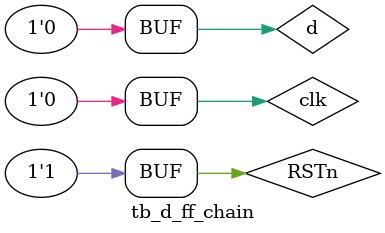
<source format=sv>
`timescale 1 ns/10 ps  // time-unit = 1 ns, precision = 10 ps

module tb_d_ff_chain;

parameter numBit = 10;

logic d, q, RSTn, clk;

d_ff_chain #(numBit) DUT (.d(d), .RSTn(RSTn), .clk(clk), .q(q));

initial
begin
  RSTn = 1'b0;
  d = 1'b1;
  //clk = 1'b0;
  #40us;
  RSTn = 1'b1;
  d = 1'b1;
  #60us;
  RSTn = 1'b1;
  d = 1'b0;
end

// Clock generator
always
begin
  #5us clk = 1;
  #5us clk = 0;
end


endmodule

</source>
